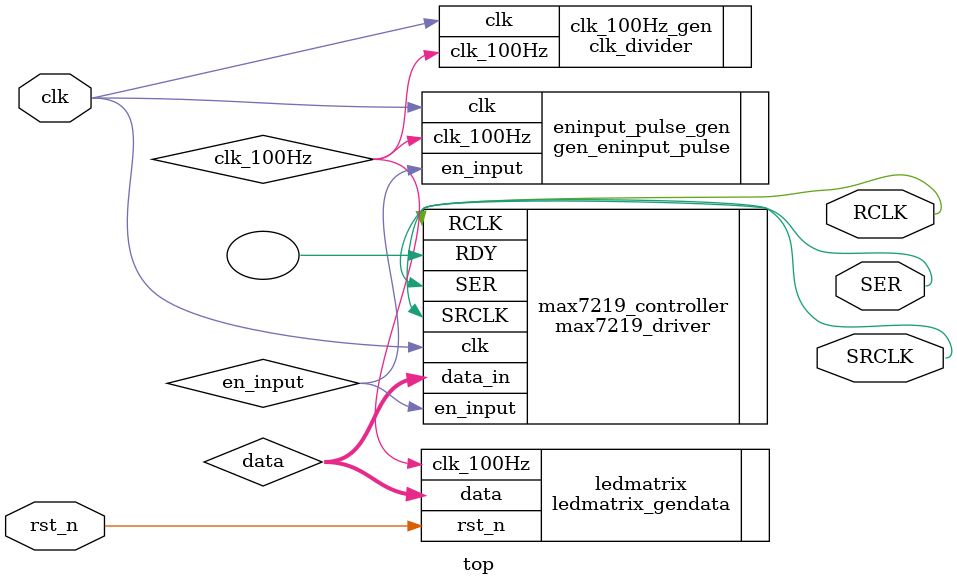
<source format=v>
module top #(
    parameter   input_clk_freq  = 100_000_000,      // Input  clock 100 MHz
    parameter   output_clk_freq = 100               // Output clock 100 Hz = 10ms
)(
    input   clk,
    input   rst_n,                                  // Negedge reset
    output  SRCLK,
    output  RCLK,
    output  SER
);

    wire        clk_100Hz;
    wire        en_input;
    wire [63:0] data;

    clk_divider #(
        .input_clk_freq (input_clk_freq),
        .output_clk_freq(output_clk_freq)
    ) clk_100Hz_gen(
        .clk        (clk),
        .clk_100Hz  (clk_100Hz)
    );

    gen_eninput_pulse #(
        .input_clk_freq (input_clk_freq),
        .output_clk_freq(output_clk_freq)
    ) eninput_pulse_gen(
        .clk        (clk),
        .clk_100Hz  (clk_100Hz),
        .en_input   (en_input)
    );

    ledmatrix_gendata ledmatrix(
        .clk_100Hz  (clk_100Hz),
        .rst_n      (rst_n),
        .data       (data)
    );

    max7219_driver #(.N(64)) max7219_controller(
        .clk        (clk),
        .en_input   (en_input),
        .data_in    (data),
        .RDY        (),
        .SRCLK      (SRCLK),
        .RCLK       (RCLK),
        .SER        (SER)      
    );

endmodule

</source>
